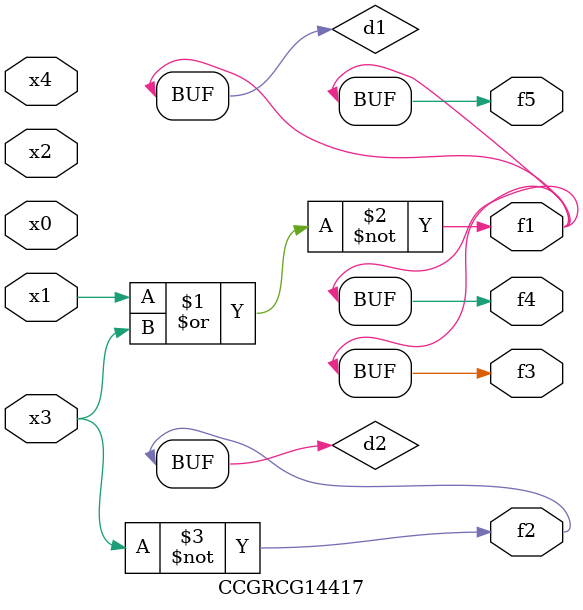
<source format=v>
module CCGRCG14417(
	input x0, x1, x2, x3, x4,
	output f1, f2, f3, f4, f5
);

	wire d1, d2;

	nor (d1, x1, x3);
	not (d2, x3);
	assign f1 = d1;
	assign f2 = d2;
	assign f3 = d1;
	assign f4 = d1;
	assign f5 = d1;
endmodule

</source>
